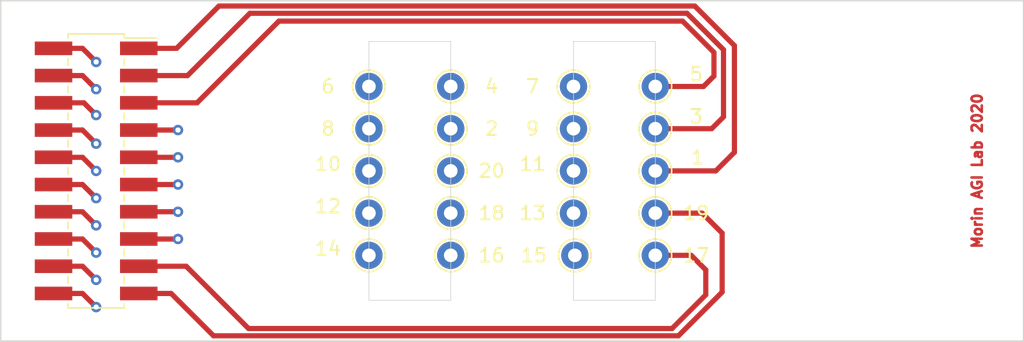
<source format=kicad_pcb>
(kicad_pcb (version 20171130) (host pcbnew 5.1.6-1.fc31)

  (general
    (thickness 1.6)
    (drawings 10)
    (tracks 165)
    (zones 0)
    (modules 21)
    (nets 21)
  )

  (page A4)
  (layers
    (0 F.Cu power)
    (1 In1.Cu signal)
    (2 In2.Cu signal)
    (31 B.Cu power)
    (36 B.SilkS user)
    (37 F.SilkS user)
    (38 B.Mask user)
    (39 F.Mask user)
    (44 Edge.Cuts user)
    (45 Margin user)
    (46 B.CrtYd user)
    (47 F.CrtYd user)
    (48 B.Fab user)
  )

  (setup
    (last_trace_width 0.381)
    (user_trace_width 0.1524)
    (trace_clearance 0.1524)
    (zone_clearance 0.508)
    (zone_45_only no)
    (trace_min 0.1524)
    (via_size 0.762)
    (via_drill 0.381)
    (via_min_size 0.508)
    (via_min_drill 0.254)
    (user_via 0.508 0.254)
    (uvia_size 0.762)
    (uvia_drill 0.381)
    (uvias_allowed no)
    (uvia_min_size 0.508)
    (uvia_min_drill 0.254)
    (edge_width 0.05)
    (segment_width 0.2)
    (pcb_text_width 0.3)
    (pcb_text_size 1.5 1.5)
    (mod_edge_width 0.12)
    (mod_text_size 1 1)
    (mod_text_width 0.15)
    (pad_size 2 2)
    (pad_drill 1)
    (pad_to_mask_clearance 0.0508)
    (solder_mask_min_width 0.1016)
    (aux_axis_origin 0 0)
    (visible_elements FFFFFF7F)
    (pcbplotparams
      (layerselection 0x010fc_ffffffff)
      (usegerberextensions false)
      (usegerberattributes true)
      (usegerberadvancedattributes true)
      (creategerberjobfile true)
      (excludeedgelayer true)
      (linewidth 0.100000)
      (plotframeref false)
      (viasonmask false)
      (mode 1)
      (useauxorigin false)
      (hpglpennumber 1)
      (hpglpenspeed 20)
      (hpglpendiameter 15.000000)
      (psnegative false)
      (psa4output false)
      (plotreference true)
      (plotvalue true)
      (plotinvisibletext false)
      (padsonsilk false)
      (subtractmaskfromsilk false)
      (outputformat 1)
      (mirror false)
      (drillshape 1)
      (scaleselection 1)
      (outputdirectory ""))
  )

  (net 0 "")
  (net 1 "Net-(J1-Pad1)")
  (net 2 "Net-(J1-Pad2)")
  (net 3 "Net-(J1-Pad3)")
  (net 4 "Net-(J1-Pad4)")
  (net 5 "Net-(J1-Pad5)")
  (net 6 "Net-(J1-Pad6)")
  (net 7 "Net-(J1-Pad7)")
  (net 8 "Net-(J1-Pad8)")
  (net 9 "Net-(J1-Pad9)")
  (net 10 "Net-(J1-Pad10)")
  (net 11 "Net-(J1-Pad11)")
  (net 12 "Net-(J1-Pad12)")
  (net 13 "Net-(J1-Pad13)")
  (net 14 "Net-(J1-Pad14)")
  (net 15 "Net-(J1-Pad15)")
  (net 16 "Net-(J1-Pad16)")
  (net 17 "Net-(J1-Pad17)")
  (net 18 "Net-(J1-Pad18)")
  (net 19 "Net-(J1-Pad19)")
  (net 20 "Net-(J1-Pad20)")

  (net_class Default "This is the default net class."
    (clearance 0.1524)
    (trace_width 0.381)
    (via_dia 0.762)
    (via_drill 0.381)
    (uvia_dia 0.762)
    (uvia_drill 0.381)
    (add_net "Net-(J1-Pad1)")
    (add_net "Net-(J1-Pad10)")
    (add_net "Net-(J1-Pad11)")
    (add_net "Net-(J1-Pad12)")
    (add_net "Net-(J1-Pad13)")
    (add_net "Net-(J1-Pad14)")
    (add_net "Net-(J1-Pad15)")
    (add_net "Net-(J1-Pad16)")
    (add_net "Net-(J1-Pad17)")
    (add_net "Net-(J1-Pad18)")
    (add_net "Net-(J1-Pad19)")
    (add_net "Net-(J1-Pad2)")
    (add_net "Net-(J1-Pad20)")
    (add_net "Net-(J1-Pad3)")
    (add_net "Net-(J1-Pad4)")
    (add_net "Net-(J1-Pad5)")
    (add_net "Net-(J1-Pad6)")
    (add_net "Net-(J1-Pad7)")
    (add_net "Net-(J1-Pad8)")
    (add_net "Net-(J1-Pad9)")
  )

  (module Connector_PinSocket_2.00mm:PinSocket_2x10_P2.00mm_Vertical_SMD (layer F.Cu) (tedit 5A19A421) (tstamp 5F33C9DA)
    (at 57 137.5)
    (descr "surface-mounted straight socket strip, 2x10, 2.00mm pitch, double cols (from Kicad 4.0.7), script generated")
    (tags "Surface mounted socket strip SMD 2x10 2.00mm double row")
    (path /5F33D787)
    (attr smd)
    (fp_text reference J1 (at 0 -13.76) (layer F.SilkS) hide
      (effects (font (size 1 1) (thickness 0.15)))
    )
    (fp_text value Connector (at 0 13.76) (layer F.Fab)
      (effects (font (size 1 1) (thickness 0.15)))
    )
    (fp_text user %R (at 0 0 90) (layer F.Fab) hide
      (effects (font (size 1 1) (thickness 0.15)))
    )
    (fp_line (start -2.06 -10.06) (end 2.06 -10.06) (layer F.SilkS) (width 0.12))
    (fp_line (start 2.06 -10.06) (end 2.06 -9.76) (layer F.SilkS) (width 0.12))
    (fp_line (start 2.06 -8.24) (end 2.06 -7.76) (layer F.SilkS) (width 0.12))
    (fp_line (start 2.06 -6.24) (end 2.06 -5.76) (layer F.SilkS) (width 0.12))
    (fp_line (start 2.06 -4.24) (end 2.06 -3.76) (layer F.SilkS) (width 0.12))
    (fp_line (start 2.06 -2.24) (end 2.06 -1.76) (layer F.SilkS) (width 0.12))
    (fp_line (start 2.06 -0.24) (end 2.06 0.24) (layer F.SilkS) (width 0.12))
    (fp_line (start 2.06 1.76) (end 2.06 2.24) (layer F.SilkS) (width 0.12))
    (fp_line (start 2.06 3.76) (end 2.06 4.24) (layer F.SilkS) (width 0.12))
    (fp_line (start 2.06 5.76) (end 2.06 6.24) (layer F.SilkS) (width 0.12))
    (fp_line (start 2.06 7.76) (end 2.06 8.24) (layer F.SilkS) (width 0.12))
    (fp_line (start 2.06 9.76) (end 2.06 10.06) (layer F.SilkS) (width 0.12))
    (fp_line (start -2.06 10.06) (end 2.06 10.06) (layer F.SilkS) (width 0.12))
    (fp_line (start -2.06 -10.06) (end -2.06 -9.76) (layer F.SilkS) (width 0.12))
    (fp_line (start -2.06 -8.24) (end -2.06 -7.76) (layer F.SilkS) (width 0.12))
    (fp_line (start -2.06 -6.24) (end -2.06 -5.76) (layer F.SilkS) (width 0.12))
    (fp_line (start -2.06 -4.24) (end -2.06 -3.76) (layer F.SilkS) (width 0.12))
    (fp_line (start -2.06 -2.24) (end -2.06 -1.76) (layer F.SilkS) (width 0.12))
    (fp_line (start -2.06 -0.24) (end -2.06 0.24) (layer F.SilkS) (width 0.12))
    (fp_line (start -2.06 1.76) (end -2.06 2.24) (layer F.SilkS) (width 0.12))
    (fp_line (start -2.06 3.76) (end -2.06 4.24) (layer F.SilkS) (width 0.12))
    (fp_line (start -2.06 5.76) (end -2.06 6.24) (layer F.SilkS) (width 0.12))
    (fp_line (start -2.06 7.76) (end -2.06 8.24) (layer F.SilkS) (width 0.12))
    (fp_line (start -2.06 9.76) (end -2.06 10.06) (layer F.SilkS) (width 0.12))
    (fp_line (start 2.06 -9.76) (end 4.44 -9.76) (layer F.SilkS) (width 0.12))
    (fp_line (start -2 -10) (end 1 -10) (layer F.Fab) (width 0.1))
    (fp_line (start 1 -10) (end 2 -9) (layer F.Fab) (width 0.1))
    (fp_line (start 2 -9) (end 2 10) (layer F.Fab) (width 0.1))
    (fp_line (start 2 10) (end -2 10) (layer F.Fab) (width 0.1))
    (fp_line (start -2 10) (end -2 -10) (layer F.Fab) (width 0.1))
    (fp_line (start -3 -9.25) (end -2 -9.25) (layer F.Fab) (width 0.1))
    (fp_line (start -2 -8.75) (end -3 -8.75) (layer F.Fab) (width 0.1))
    (fp_line (start -3 -8.75) (end -3 -9.25) (layer F.Fab) (width 0.1))
    (fp_line (start 2 -9.25) (end 3 -9.25) (layer F.Fab) (width 0.1))
    (fp_line (start 3 -9.25) (end 3 -8.75) (layer F.Fab) (width 0.1))
    (fp_line (start 3 -8.75) (end 2 -8.75) (layer F.Fab) (width 0.1))
    (fp_line (start -3 -7.25) (end -2 -7.25) (layer F.Fab) (width 0.1))
    (fp_line (start -2 -6.75) (end -3 -6.75) (layer F.Fab) (width 0.1))
    (fp_line (start -3 -6.75) (end -3 -7.25) (layer F.Fab) (width 0.1))
    (fp_line (start 2 -7.25) (end 3 -7.25) (layer F.Fab) (width 0.1))
    (fp_line (start 3 -7.25) (end 3 -6.75) (layer F.Fab) (width 0.1))
    (fp_line (start 3 -6.75) (end 2 -6.75) (layer F.Fab) (width 0.1))
    (fp_line (start -3 -5.25) (end -2 -5.25) (layer F.Fab) (width 0.1))
    (fp_line (start -2 -4.75) (end -3 -4.75) (layer F.Fab) (width 0.1))
    (fp_line (start -3 -4.75) (end -3 -5.25) (layer F.Fab) (width 0.1))
    (fp_line (start 2 -5.25) (end 3 -5.25) (layer F.Fab) (width 0.1))
    (fp_line (start 3 -5.25) (end 3 -4.75) (layer F.Fab) (width 0.1))
    (fp_line (start 3 -4.75) (end 2 -4.75) (layer F.Fab) (width 0.1))
    (fp_line (start -3 -3.25) (end -2 -3.25) (layer F.Fab) (width 0.1))
    (fp_line (start -2 -2.75) (end -3 -2.75) (layer F.Fab) (width 0.1))
    (fp_line (start -3 -2.75) (end -3 -3.25) (layer F.Fab) (width 0.1))
    (fp_line (start 2 -3.25) (end 3 -3.25) (layer F.Fab) (width 0.1))
    (fp_line (start 3 -3.25) (end 3 -2.75) (layer F.Fab) (width 0.1))
    (fp_line (start 3 -2.75) (end 2 -2.75) (layer F.Fab) (width 0.1))
    (fp_line (start -3 -1.25) (end -2 -1.25) (layer F.Fab) (width 0.1))
    (fp_line (start -2 -0.75) (end -3 -0.75) (layer F.Fab) (width 0.1))
    (fp_line (start -3 -0.75) (end -3 -1.25) (layer F.Fab) (width 0.1))
    (fp_line (start 2 -1.25) (end 3 -1.25) (layer F.Fab) (width 0.1))
    (fp_line (start 3 -1.25) (end 3 -0.75) (layer F.Fab) (width 0.1))
    (fp_line (start 3 -0.75) (end 2 -0.75) (layer F.Fab) (width 0.1))
    (fp_line (start -3 0.75) (end -2 0.75) (layer F.Fab) (width 0.1))
    (fp_line (start -2 1.25) (end -3 1.25) (layer F.Fab) (width 0.1))
    (fp_line (start -3 1.25) (end -3 0.75) (layer F.Fab) (width 0.1))
    (fp_line (start 2 0.75) (end 3 0.75) (layer F.Fab) (width 0.1))
    (fp_line (start 3 0.75) (end 3 1.25) (layer F.Fab) (width 0.1))
    (fp_line (start 3 1.25) (end 2 1.25) (layer F.Fab) (width 0.1))
    (fp_line (start -3 2.75) (end -2 2.75) (layer F.Fab) (width 0.1))
    (fp_line (start -2 3.25) (end -3 3.25) (layer F.Fab) (width 0.1))
    (fp_line (start -3 3.25) (end -3 2.75) (layer F.Fab) (width 0.1))
    (fp_line (start 2 2.75) (end 3 2.75) (layer F.Fab) (width 0.1))
    (fp_line (start 3 2.75) (end 3 3.25) (layer F.Fab) (width 0.1))
    (fp_line (start 3 3.25) (end 2 3.25) (layer F.Fab) (width 0.1))
    (fp_line (start -3 4.75) (end -2 4.75) (layer F.Fab) (width 0.1))
    (fp_line (start -2 5.25) (end -3 5.25) (layer F.Fab) (width 0.1))
    (fp_line (start -3 5.25) (end -3 4.75) (layer F.Fab) (width 0.1))
    (fp_line (start 2 4.75) (end 3 4.75) (layer F.Fab) (width 0.1))
    (fp_line (start 3 4.75) (end 3 5.25) (layer F.Fab) (width 0.1))
    (fp_line (start 3 5.25) (end 2 5.25) (layer F.Fab) (width 0.1))
    (fp_line (start -3 6.75) (end -2 6.75) (layer F.Fab) (width 0.1))
    (fp_line (start -2 7.25) (end -3 7.25) (layer F.Fab) (width 0.1))
    (fp_line (start -3 7.25) (end -3 6.75) (layer F.Fab) (width 0.1))
    (fp_line (start 2 6.75) (end 3 6.75) (layer F.Fab) (width 0.1))
    (fp_line (start 3 6.75) (end 3 7.25) (layer F.Fab) (width 0.1))
    (fp_line (start 3 7.25) (end 2 7.25) (layer F.Fab) (width 0.1))
    (fp_line (start -3 8.75) (end -2 8.75) (layer F.Fab) (width 0.1))
    (fp_line (start -2 9.25) (end -3 9.25) (layer F.Fab) (width 0.1))
    (fp_line (start -3 9.25) (end -3 8.75) (layer F.Fab) (width 0.1))
    (fp_line (start 2 8.75) (end 3 8.75) (layer F.Fab) (width 0.1))
    (fp_line (start 3 8.75) (end 3 9.25) (layer F.Fab) (width 0.1))
    (fp_line (start 3 9.25) (end 2 9.25) (layer F.Fab) (width 0.1))
    (fp_line (start -5 -10.5) (end 5 -10.5) (layer F.CrtYd) (width 0.05))
    (fp_line (start 5 -10.5) (end 5 10.5) (layer F.CrtYd) (width 0.05))
    (fp_line (start 5 10.5) (end -5 10.5) (layer F.CrtYd) (width 0.05))
    (fp_line (start -5 10.5) (end -5 -10.5) (layer F.CrtYd) (width 0.05))
    (pad 20 smd rect (at -3.125 9) (size 2.75 1) (layers F.Cu F.Paste F.Mask)
      (net 20 "Net-(J1-Pad20)"))
    (pad 19 smd rect (at 3.125 9) (size 2.75 1) (layers F.Cu F.Paste F.Mask)
      (net 19 "Net-(J1-Pad19)"))
    (pad 18 smd rect (at -3.125 7) (size 2.75 1) (layers F.Cu F.Paste F.Mask)
      (net 18 "Net-(J1-Pad18)"))
    (pad 17 smd rect (at 3.125 7) (size 2.75 1) (layers F.Cu F.Paste F.Mask)
      (net 17 "Net-(J1-Pad17)"))
    (pad 16 smd rect (at -3.125 5) (size 2.75 1) (layers F.Cu F.Paste F.Mask)
      (net 16 "Net-(J1-Pad16)"))
    (pad 15 smd rect (at 3.125 5) (size 2.75 1) (layers F.Cu F.Paste F.Mask)
      (net 15 "Net-(J1-Pad15)"))
    (pad 14 smd rect (at -3.125 3) (size 2.75 1) (layers F.Cu F.Paste F.Mask)
      (net 14 "Net-(J1-Pad14)"))
    (pad 13 smd rect (at 3.125 3) (size 2.75 1) (layers F.Cu F.Paste F.Mask)
      (net 13 "Net-(J1-Pad13)"))
    (pad 12 smd rect (at -3.125 1) (size 2.75 1) (layers F.Cu F.Paste F.Mask)
      (net 12 "Net-(J1-Pad12)"))
    (pad 11 smd rect (at 3.125 1) (size 2.75 1) (layers F.Cu F.Paste F.Mask)
      (net 11 "Net-(J1-Pad11)"))
    (pad 10 smd rect (at -3.125 -1) (size 2.75 1) (layers F.Cu F.Paste F.Mask)
      (net 10 "Net-(J1-Pad10)"))
    (pad 9 smd rect (at 3.125 -1) (size 2.75 1) (layers F.Cu F.Paste F.Mask)
      (net 9 "Net-(J1-Pad9)"))
    (pad 8 smd rect (at -3.125 -3) (size 2.75 1) (layers F.Cu F.Paste F.Mask)
      (net 8 "Net-(J1-Pad8)"))
    (pad 7 smd rect (at 3.125 -3) (size 2.75 1) (layers F.Cu F.Paste F.Mask)
      (net 7 "Net-(J1-Pad7)"))
    (pad 6 smd rect (at -3.125 -5) (size 2.75 1) (layers F.Cu F.Paste F.Mask)
      (net 6 "Net-(J1-Pad6)"))
    (pad 5 smd rect (at 3.125 -5) (size 2.75 1) (layers F.Cu F.Paste F.Mask)
      (net 5 "Net-(J1-Pad5)"))
    (pad 4 smd rect (at -3.125 -7) (size 2.75 1) (layers F.Cu F.Paste F.Mask)
      (net 4 "Net-(J1-Pad4)"))
    (pad 3 smd rect (at 3.125 -7) (size 2.75 1) (layers F.Cu F.Paste F.Mask)
      (net 3 "Net-(J1-Pad3)"))
    (pad 2 smd rect (at -3.125 -9) (size 2.75 1) (layers F.Cu F.Paste F.Mask)
      (net 2 "Net-(J1-Pad2)"))
    (pad 1 smd rect (at 3.125 -9) (size 2.75 1) (layers F.Cu F.Paste F.Mask)
      (net 1 "Net-(J1-Pad1)"))
    (model ${KISYS3DMOD}/Connector_PinSocket_2.00mm.3dshapes/PinSocket_2x10_P2.00mm_Vertical_SMD.wrl
      (at (xyz 0 0 0))
      (scale (xyz 1 1 1))
      (rotate (xyz 0 0 0))
    )
  )

  (module TestPoint:TestPoint_THTPad_D2.0mm_Drill1.0mm (layer F.Cu) (tedit 5A0F774F) (tstamp 5F33C9E2)
    (at 98 137.5)
    (descr "THT pad as test Point, diameter 2.0mm, hole diameter 1.0mm")
    (tags "test point THT pad")
    (path /5F342D33)
    (attr virtual)
    (fp_text reference 1 (at 3.1 -1) (layer F.SilkS)
      (effects (font (size 1 1) (thickness 0.15)))
    )
    (fp_text value 1 (at 0 2.05) (layer F.Fab)
      (effects (font (size 1 1) (thickness 0.15)))
    )
    (fp_text user %R (at 0 -2) (layer F.Fab)
      (effects (font (size 1 1) (thickness 0.15)))
    )
    (fp_circle (center 0 0) (end 1.5 0) (layer F.CrtYd) (width 0.05))
    (fp_circle (center 0 0) (end 0 1.2) (layer F.SilkS) (width 0.12))
    (pad 1 thru_hole circle (at 0 0) (size 2 2) (drill 1) (layers *.Cu *.Mask)
      (net 1 "Net-(J1-Pad1)"))
  )

  (module TestPoint:TestPoint_THTPad_D2.0mm_Drill1.0mm (layer F.Cu) (tedit 5A0F774F) (tstamp 5F33C9EA)
    (at 83 134.4)
    (descr "THT pad as test Point, diameter 2.0mm, hole diameter 1.0mm")
    (tags "test point THT pad")
    (path /5F343593)
    (attr virtual)
    (fp_text reference 2 (at 3 0) (layer F.SilkS)
      (effects (font (size 1 1) (thickness 0.15)))
    )
    (fp_text value 2 (at 0 2.05) (layer F.Fab)
      (effects (font (size 1 1) (thickness 0.15)))
    )
    (fp_circle (center 0 0) (end 0 1.2) (layer F.SilkS) (width 0.12))
    (fp_circle (center 0 0) (end 1.5 0) (layer F.CrtYd) (width 0.05))
    (fp_text user %R (at 0 -2) (layer F.Fab)
      (effects (font (size 1 1) (thickness 0.15)))
    )
    (pad 1 thru_hole circle (at 0 0) (size 2 2) (drill 1) (layers *.Cu *.Mask)
      (net 2 "Net-(J1-Pad2)"))
  )

  (module TestPoint:TestPoint_THTPad_D2.0mm_Drill1.0mm (layer F.Cu) (tedit 5A0F774F) (tstamp 5F33C9F2)
    (at 98 134.4)
    (descr "THT pad as test Point, diameter 2.0mm, hole diameter 1.0mm")
    (tags "test point THT pad")
    (path /5F343780)
    (attr virtual)
    (fp_text reference 3 (at 3 -0.9) (layer F.SilkS)
      (effects (font (size 1 1) (thickness 0.15)))
    )
    (fp_text value 3 (at 0 2.05) (layer F.Fab)
      (effects (font (size 1 1) (thickness 0.15)))
    )
    (fp_text user %R (at 0 -2) (layer F.Fab)
      (effects (font (size 1 1) (thickness 0.15)))
    )
    (fp_circle (center 0 0) (end 1.5 0) (layer F.CrtYd) (width 0.05))
    (fp_circle (center 0 0) (end 0 1.2) (layer F.SilkS) (width 0.12))
    (pad 1 thru_hole circle (at 0 0) (size 2 2) (drill 1) (layers *.Cu *.Mask)
      (net 3 "Net-(J1-Pad3)"))
  )

  (module TestPoint:TestPoint_THTPad_D2.0mm_Drill1.0mm (layer F.Cu) (tedit 5A0F774F) (tstamp 5F33C9FA)
    (at 83 131.3)
    (descr "THT pad as test Point, diameter 2.0mm, hole diameter 1.0mm")
    (tags "test point THT pad")
    (path /5F34388B)
    (attr virtual)
    (fp_text reference 4 (at 3 0) (layer F.SilkS)
      (effects (font (size 1 1) (thickness 0.15)))
    )
    (fp_text value 4 (at 0 2.05) (layer F.Fab)
      (effects (font (size 1 1) (thickness 0.15)))
    )
    (fp_circle (center 0 0) (end 0 1.2) (layer F.SilkS) (width 0.12))
    (fp_circle (center 0 0) (end 1.5 0) (layer F.CrtYd) (width 0.05))
    (fp_text user %R (at 0 -2) (layer F.Fab)
      (effects (font (size 1 1) (thickness 0.15)))
    )
    (pad 1 thru_hole circle (at 0 0) (size 2 2) (drill 1) (layers *.Cu *.Mask)
      (net 4 "Net-(J1-Pad4)"))
  )

  (module TestPoint:TestPoint_THTPad_D2.0mm_Drill1.0mm (layer F.Cu) (tedit 5A0F774F) (tstamp 5F33CA02)
    (at 98 131.3)
    (descr "THT pad as test Point, diameter 2.0mm, hole diameter 1.0mm")
    (tags "test point THT pad")
    (path /5F343A54)
    (attr virtual)
    (fp_text reference 5 (at 3 -0.9) (layer F.SilkS)
      (effects (font (size 1 1) (thickness 0.15)))
    )
    (fp_text value 5 (at -2.5 0) (layer F.Fab)
      (effects (font (size 1 1) (thickness 0.15)))
    )
    (fp_text user %R (at -3.5 -1.5) (layer F.Fab)
      (effects (font (size 1 1) (thickness 0.15)))
    )
    (fp_circle (center 0 0) (end 1.5 0) (layer F.CrtYd) (width 0.05))
    (fp_circle (center 0 0) (end 0 1.2) (layer F.SilkS) (width 0.12))
    (pad 1 thru_hole circle (at 0 0) (size 2 2) (drill 1) (layers *.Cu *.Mask)
      (net 5 "Net-(J1-Pad5)"))
  )

  (module TestPoint:TestPoint_THTPad_D2.0mm_Drill1.0mm (layer F.Cu) (tedit 5A0F774F) (tstamp 5F33CA0A)
    (at 77 131.3 270)
    (descr "THT pad as test Point, diameter 2.0mm, hole diameter 1.0mm")
    (tags "test point THT pad")
    (path /5F343BE0)
    (attr virtual)
    (fp_text reference 6 (at 0 3 180) (layer F.SilkS)
      (effects (font (size 1 1) (thickness 0.15)))
    )
    (fp_text value 6 (at 0 2.05 90) (layer F.Fab)
      (effects (font (size 1 1) (thickness 0.15)))
    )
    (fp_circle (center 0 0) (end 0 1.2) (layer F.SilkS) (width 0.12))
    (fp_circle (center 0 0) (end 1.5 0) (layer F.CrtYd) (width 0.05))
    (fp_text user %R (at 0 -2 90) (layer F.Fab)
      (effects (font (size 1 1) (thickness 0.15)))
    )
    (pad 1 thru_hole circle (at 0 0 270) (size 2 2) (drill 1) (layers *.Cu *.Mask)
      (net 6 "Net-(J1-Pad6)"))
  )

  (module TestPoint:TestPoint_THTPad_D2.0mm_Drill1.0mm (layer F.Cu) (tedit 5A0F774F) (tstamp 5F33CA12)
    (at 92 131.3 270)
    (descr "THT pad as test Point, diameter 2.0mm, hole diameter 1.0mm")
    (tags "test point THT pad")
    (path /5F343DB4)
    (attr virtual)
    (fp_text reference 7 (at 0 3 180) (layer F.SilkS)
      (effects (font (size 1 1) (thickness 0.15)))
    )
    (fp_text value 7 (at 0 2.05 90) (layer F.Fab)
      (effects (font (size 1 1) (thickness 0.15)))
    )
    (fp_text user %R (at 0 -2 90) (layer F.Fab)
      (effects (font (size 1 1) (thickness 0.15)))
    )
    (fp_circle (center 0 0) (end 1.5 0) (layer F.CrtYd) (width 0.05))
    (fp_circle (center 0 0) (end 0 1.2) (layer F.SilkS) (width 0.12))
    (pad 1 thru_hole circle (at 0 0 270) (size 2 2) (drill 1) (layers *.Cu *.Mask)
      (net 7 "Net-(J1-Pad7)"))
  )

  (module TestPoint:TestPoint_THTPad_D2.0mm_Drill1.0mm (layer F.Cu) (tedit 5A0F774F) (tstamp 5F33CA1A)
    (at 77 134.4 270)
    (descr "THT pad as test Point, diameter 2.0mm, hole diameter 1.0mm")
    (tags "test point THT pad")
    (path /5F343FB3)
    (attr virtual)
    (fp_text reference 8 (at 0 3 180) (layer F.SilkS)
      (effects (font (size 1 1) (thickness 0.15)))
    )
    (fp_text value 8 (at 0 2 90) (layer F.Fab)
      (effects (font (size 1 1) (thickness 0.15)))
    )
    (fp_circle (center 0 0) (end 0 1.2) (layer F.SilkS) (width 0.12))
    (fp_circle (center 0 0) (end 1.5 0) (layer F.CrtYd) (width 0.05))
    (fp_text user %R (at 0 -2 90) (layer F.Fab)
      (effects (font (size 1 1) (thickness 0.15)))
    )
    (pad 1 thru_hole circle (at 0 0 270) (size 2 2) (drill 1) (layers *.Cu *.Mask)
      (net 8 "Net-(J1-Pad8)"))
  )

  (module TestPoint:TestPoint_THTPad_D2.0mm_Drill1.0mm (layer F.Cu) (tedit 5A0F774F) (tstamp 5F33CA22)
    (at 92 134.4 270)
    (descr "THT pad as test Point, diameter 2.0mm, hole diameter 1.0mm")
    (tags "test point THT pad")
    (path /5F344129)
    (attr virtual)
    (fp_text reference 9 (at 0 3 180) (layer F.SilkS)
      (effects (font (size 1 1) (thickness 0.15)))
    )
    (fp_text value 9 (at 0 2.05 90) (layer F.Fab)
      (effects (font (size 1 1) (thickness 0.15)))
    )
    (fp_text user %R (at 0 -2 90) (layer F.Fab)
      (effects (font (size 1 1) (thickness 0.15)))
    )
    (fp_circle (center 0 0) (end 1.5 0) (layer F.CrtYd) (width 0.05))
    (fp_circle (center 0 0) (end 0 1.2) (layer F.SilkS) (width 0.12))
    (pad 1 thru_hole circle (at 0 0 270) (size 2 2) (drill 1) (layers *.Cu *.Mask)
      (net 9 "Net-(J1-Pad9)"))
  )

  (module TestPoint:TestPoint_THTPad_D2.0mm_Drill1.0mm (layer F.Cu) (tedit 5A0F774F) (tstamp 5F33CA2A)
    (at 77 137.5 270)
    (descr "THT pad as test Point, diameter 2.0mm, hole diameter 1.0mm")
    (tags "test point THT pad")
    (path /5F34431B)
    (attr virtual)
    (fp_text reference 10 (at -0.5 3 180) (layer F.SilkS)
      (effects (font (size 1 1) (thickness 0.15)))
    )
    (fp_text value 10 (at 0 2.05 90) (layer F.Fab)
      (effects (font (size 1 1) (thickness 0.15)))
    )
    (fp_circle (center 0 0) (end 0 1.2) (layer F.SilkS) (width 0.12))
    (fp_circle (center 0 0) (end 1.5 0) (layer F.CrtYd) (width 0.05))
    (fp_text user %R (at 0 -2 90) (layer F.Fab)
      (effects (font (size 1 1) (thickness 0.15)))
    )
    (pad 1 thru_hole circle (at 0 0 270) (size 2 2) (drill 1) (layers *.Cu *.Mask)
      (net 10 "Net-(J1-Pad10)"))
  )

  (module TestPoint:TestPoint_THTPad_D2.0mm_Drill1.0mm (layer F.Cu) (tedit 5A0F774F) (tstamp 5F33CA32)
    (at 92 137.5)
    (descr "THT pad as test Point, diameter 2.0mm, hole diameter 1.0mm")
    (tags "test point THT pad")
    (path /5F3444FF)
    (attr virtual)
    (fp_text reference 11 (at -3 -0.5) (layer F.SilkS)
      (effects (font (size 1 1) (thickness 0.15)))
    )
    (fp_text value 11 (at 0 2.05) (layer F.Fab)
      (effects (font (size 1 1) (thickness 0.15)))
    )
    (fp_circle (center 0 0) (end 0 1.2) (layer F.SilkS) (width 0.12))
    (fp_circle (center 0 0) (end 1.5 0) (layer F.CrtYd) (width 0.05))
    (fp_text user %R (at 0 -2) (layer F.Fab)
      (effects (font (size 1 1) (thickness 0.15)))
    )
    (pad 1 thru_hole circle (at 0 0) (size 2 2) (drill 1) (layers *.Cu *.Mask)
      (net 11 "Net-(J1-Pad11)"))
  )

  (module TestPoint:TestPoint_THTPad_D2.0mm_Drill1.0mm (layer F.Cu) (tedit 5A0F774F) (tstamp 5F33CA3A)
    (at 77 140.6)
    (descr "THT pad as test Point, diameter 2.0mm, hole diameter 1.0mm")
    (tags "test point THT pad")
    (path /5F3446E4)
    (attr virtual)
    (fp_text reference 12 (at -3 -0.5) (layer F.SilkS)
      (effects (font (size 1 1) (thickness 0.15)))
    )
    (fp_text value 12 (at 0 2.05) (layer F.Fab)
      (effects (font (size 1 1) (thickness 0.15)))
    )
    (fp_text user %R (at 0 -2) (layer F.Fab)
      (effects (font (size 1 1) (thickness 0.15)))
    )
    (fp_circle (center 0 0) (end 1.5 0) (layer F.CrtYd) (width 0.05))
    (fp_circle (center 0 0) (end 0 1.2) (layer F.SilkS) (width 0.12))
    (pad 1 thru_hole circle (at 0 0) (size 2 2) (drill 1) (layers *.Cu *.Mask)
      (net 12 "Net-(J1-Pad12)"))
  )

  (module TestPoint:TestPoint_THTPad_D2.0mm_Drill1.0mm (layer F.Cu) (tedit 5A0F774F) (tstamp 5F33CA42)
    (at 92 140.6)
    (descr "THT pad as test Point, diameter 2.0mm, hole diameter 1.0mm")
    (tags "test point THT pad")
    (path /5F344915)
    (attr virtual)
    (fp_text reference 13 (at -3 0) (layer F.SilkS)
      (effects (font (size 1 1) (thickness 0.15)))
    )
    (fp_text value 13 (at 0 2.05) (layer F.Fab)
      (effects (font (size 1 1) (thickness 0.15)))
    )
    (fp_circle (center 0 0) (end 0 1.2) (layer F.SilkS) (width 0.12))
    (fp_circle (center 0 0) (end 1.5 0) (layer F.CrtYd) (width 0.05))
    (fp_text user %R (at 0 -2) (layer F.Fab)
      (effects (font (size 1 1) (thickness 0.15)))
    )
    (pad 1 thru_hole circle (at 0 0) (size 2 2) (drill 1) (layers *.Cu *.Mask)
      (net 13 "Net-(J1-Pad13)"))
  )

  (module TestPoint:TestPoint_THTPad_D2.0mm_Drill1.0mm (layer F.Cu) (tedit 5A0F774F) (tstamp 5F33CA4A)
    (at 77 143.7)
    (descr "THT pad as test Point, diameter 2.0mm, hole diameter 1.0mm")
    (tags "test point THT pad")
    (path /5F344AF1)
    (attr virtual)
    (fp_text reference 14 (at -3 -0.5) (layer F.SilkS)
      (effects (font (size 1 1) (thickness 0.15)))
    )
    (fp_text value 14 (at 0 2.05) (layer F.Fab)
      (effects (font (size 1 1) (thickness 0.15)))
    )
    (fp_text user %R (at 0 -2) (layer F.Fab)
      (effects (font (size 1 1) (thickness 0.15)))
    )
    (fp_circle (center 0 0) (end 1.5 0) (layer F.CrtYd) (width 0.05))
    (fp_circle (center 0 0) (end 0 1.2) (layer F.SilkS) (width 0.12))
    (pad 1 thru_hole circle (at 0 0) (size 2 2) (drill 1) (layers *.Cu *.Mask)
      (net 14 "Net-(J1-Pad14)"))
  )

  (module TestPoint:TestPoint_THTPad_D2.0mm_Drill1.0mm (layer F.Cu) (tedit 5F348FF5) (tstamp 5F33CA52)
    (at 92.1 143.7)
    (descr "THT pad as test Point, diameter 2.0mm, hole diameter 1.0mm")
    (tags "test point THT pad")
    (path /5F344F73)
    (attr virtual)
    (fp_text reference 15 (at -3 0) (layer F.SilkS)
      (effects (font (size 1 1) (thickness 0.15)))
    )
    (fp_text value 15 (at 0 2.05) (layer F.Fab)
      (effects (font (size 1 1) (thickness 0.15)))
    )
    (fp_text user %R (at 0 -2) (layer F.Fab)
      (effects (font (size 1 1) (thickness 0.15)))
    )
    (fp_circle (center 0 0) (end 1.5 0) (layer F.CrtYd) (width 0.05))
    (fp_circle (center 0 0) (end 0 1.2) (layer F.SilkS) (width 0.12))
    (pad 1 thru_hole circle (at 0 0) (size 2 2) (drill 1) (layers *.Cu *.Mask)
      (net 15 "Net-(J1-Pad15)"))
  )

  (module TestPoint:TestPoint_THTPad_D2.0mm_Drill1.0mm (layer F.Cu) (tedit 5F348FF0) (tstamp 5F33CA5A)
    (at 83 143.7 90)
    (descr "THT pad as test Point, diameter 2.0mm, hole diameter 1.0mm")
    (tags "test point THT pad")
    (path /5F344D0B)
    (attr virtual)
    (fp_text reference 16 (at 0 3 180) (layer F.SilkS)
      (effects (font (size 1 1) (thickness 0.15)))
    )
    (fp_text value 16 (at 0 2.05 90) (layer F.Fab)
      (effects (font (size 1 1) (thickness 0.15)))
    )
    (fp_circle (center 0 0) (end 0 1.2) (layer F.SilkS) (width 0.12))
    (fp_circle (center 0 0) (end 1.5 0) (layer F.CrtYd) (width 0.05))
    (fp_text user %R (at 0 -2 90) (layer F.Fab)
      (effects (font (size 1 1) (thickness 0.15)))
    )
    (pad 1 thru_hole circle (at 0 0 90) (size 2 2) (drill 1) (layers *.Cu *.Mask)
      (net 16 "Net-(J1-Pad16)"))
  )

  (module TestPoint:TestPoint_THTPad_D2.0mm_Drill1.0mm (layer F.Cu) (tedit 5A0F774F) (tstamp 5F33CA62)
    (at 98 143.7 90)
    (descr "THT pad as test Point, diameter 2.0mm, hole diameter 1.0mm")
    (tags "test point THT pad")
    (path /5F345DC5)
    (attr virtual)
    (fp_text reference 17 (at 0 3 180) (layer F.SilkS)
      (effects (font (size 1 1) (thickness 0.15)))
    )
    (fp_text value 17 (at 0 2.05 90) (layer F.Fab)
      (effects (font (size 1 1) (thickness 0.15)))
    )
    (fp_circle (center 0 0) (end 0 1.2) (layer F.SilkS) (width 0.12))
    (fp_circle (center 0 0) (end 1.5 0) (layer F.CrtYd) (width 0.05))
    (fp_text user %R (at 0 -2 90) (layer F.Fab)
      (effects (font (size 1 1) (thickness 0.15)))
    )
    (pad 1 thru_hole circle (at 0 0 90) (size 2 2) (drill 1) (layers *.Cu *.Mask)
      (net 17 "Net-(J1-Pad17)"))
  )

  (module TestPoint:TestPoint_THTPad_D2.0mm_Drill1.0mm (layer F.Cu) (tedit 5A0F774F) (tstamp 5F33CA6A)
    (at 83 140.6 90)
    (descr "THT pad as test Point, diameter 2.0mm, hole diameter 1.0mm")
    (tags "test point THT pad")
    (path /5F346015)
    (attr virtual)
    (fp_text reference 18 (at 0 3 180) (layer F.SilkS)
      (effects (font (size 1 1) (thickness 0.15)))
    )
    (fp_text value 18 (at 0 2.05 90) (layer F.Fab)
      (effects (font (size 1 1) (thickness 0.15)))
    )
    (fp_text user %R (at 0 -2 90) (layer F.Fab)
      (effects (font (size 1 1) (thickness 0.15)))
    )
    (fp_circle (center 0 0) (end 1.5 0) (layer F.CrtYd) (width 0.05))
    (fp_circle (center 0 0) (end 0 1.2) (layer F.SilkS) (width 0.12))
    (pad 1 thru_hole circle (at 0 0 90) (size 2 2) (drill 1) (layers *.Cu *.Mask)
      (net 18 "Net-(J1-Pad18)"))
  )

  (module TestPoint:TestPoint_THTPad_D2.0mm_Drill1.0mm (layer F.Cu) (tedit 5A0F774F) (tstamp 5F33CA72)
    (at 98 140.6 90)
    (descr "THT pad as test Point, diameter 2.0mm, hole diameter 1.0mm")
    (tags "test point THT pad")
    (path /5F3462CF)
    (attr virtual)
    (fp_text reference 19 (at 0 3 180) (layer F.SilkS)
      (effects (font (size 1 1) (thickness 0.15)))
    )
    (fp_text value 19 (at 0 2.05 90) (layer F.Fab)
      (effects (font (size 1 1) (thickness 0.15)))
    )
    (fp_circle (center 0 0) (end 0 1.2) (layer F.SilkS) (width 0.12))
    (fp_circle (center 0 0) (end 1.5 0) (layer F.CrtYd) (width 0.05))
    (fp_text user %R (at 0 -2 90) (layer F.Fab)
      (effects (font (size 1 1) (thickness 0.15)))
    )
    (pad 1 thru_hole circle (at 0 0 90) (size 2 2) (drill 1) (layers *.Cu *.Mask)
      (net 19 "Net-(J1-Pad19)"))
  )

  (module TestPoint:TestPoint_THTPad_D2.0mm_Drill1.0mm (layer F.Cu) (tedit 5A0F774F) (tstamp 5F33CA7A)
    (at 83 137.5 90)
    (descr "THT pad as test Point, diameter 2.0mm, hole diameter 1.0mm")
    (tags "test point THT pad")
    (path /5F346555)
    (attr virtual)
    (fp_text reference 20 (at 0 3 180) (layer F.SilkS)
      (effects (font (size 1 1) (thickness 0.15)))
    )
    (fp_text value 20 (at 0 2.05 90) (layer F.Fab)
      (effects (font (size 1 1) (thickness 0.15)))
    )
    (fp_text user %R (at 0 -2 90) (layer F.Fab)
      (effects (font (size 1 1) (thickness 0.15)))
    )
    (fp_circle (center 0 0) (end 1.5 0) (layer F.CrtYd) (width 0.05))
    (fp_circle (center 0 0) (end 0 1.2) (layer F.SilkS) (width 0.12))
    (pad 1 thru_hole circle (at 0 0 90) (size 2 2) (drill 1) (layers *.Cu *.Mask)
      (net 20 "Net-(J1-Pad20)"))
  )

  (gr_text "Morin AGI Lab 2020" (at 121.6 137.5 90) (layer F.Cu)
    (effects (font (size 0.75 0.75) (thickness 0.1875)))
  )
  (gr_line (start 92 147) (end 98 147) (layer Edge.Cuts) (width 0.05) (tstamp 5F3459DE))
  (gr_line (start 77 147) (end 83 147) (layer Edge.Cuts) (width 0.05) (tstamp 5F3459DD))
  (gr_line (start 98 128) (end 98 147) (layer Edge.Cuts) (width 0.05))
  (gr_line (start 92 128) (end 98 128) (layer Edge.Cuts) (width 0.05))
  (gr_line (start 92 147) (end 92 128) (layer Edge.Cuts) (width 0.05))
  (gr_line (start 83 128) (end 83 147) (layer Edge.Cuts) (width 0.05))
  (gr_line (start 77 128) (end 83 128) (layer Edge.Cuts) (width 0.05))
  (gr_line (start 77 128) (end 77 147) (layer Edge.Cuts) (width 0.05))
  (gr_poly (pts (xy 125 150) (xy 50 150) (xy 50 125) (xy 125 125)) (layer Edge.Cuts) (width 0.1))

  (segment (start 102.43209 137.5) (end 98 137.5) (width 0.381) (layer F.Cu) (net 1))
  (segment (start 103.8 136.13209) (end 102.43209 137.5) (width 0.381) (layer F.Cu) (net 1))
  (segment (start 62.9 128.5) (end 66.00709 125.39291) (width 0.381) (layer F.Cu) (net 1))
  (segment (start 66.00709 125.39291) (end 100.89291 125.39291) (width 0.381) (layer F.Cu) (net 1))
  (segment (start 100.89291 125.39291) (end 103.8 128.3) (width 0.381) (layer F.Cu) (net 1))
  (segment (start 60.125 128.5) (end 62.9 128.5) (width 0.381) (layer F.Cu) (net 1))
  (segment (start 103.8 128.3) (end 103.8 136.13209) (width 0.381) (layer F.Cu) (net 1))
  (segment (start 53.875 128.5) (end 56 128.5) (width 0.381) (layer F.Cu) (net 2))
  (via (at 57 129.5) (size 0.762) (drill 0.381) (layers F.Cu B.Cu) (net 2))
  (segment (start 56 128.5) (end 57 129.5) (width 0.381) (layer F.Cu) (net 2))
  (segment (start 86.8 134.4) (end 83.16791 134.4) (width 0.381) (layer In2.Cu) (net 2))
  (segment (start 88 133.2) (end 86.8 134.4) (width 0.381) (layer In2.Cu) (net 2))
  (segment (start 88.6 132.6) (end 87.9 133.3) (width 0.381) (layer In2.Cu) (net 2))
  (segment (start 66.4 129.5) (end 70.50709 125.39291) (width 0.381) (layer In2.Cu) (net 2))
  (segment (start 88.6 127.2) (end 88.6 132.6) (width 0.381) (layer In2.Cu) (net 2))
  (segment (start 57 129.5) (end 66.4 129.5) (width 0.381) (layer In2.Cu) (net 2))
  (segment (start 70.50709 125.39291) (end 86.79291 125.39291) (width 0.381) (layer In2.Cu) (net 2))
  (segment (start 86.79291 125.39291) (end 88.6 127.2) (width 0.381) (layer In2.Cu) (net 2))
  (segment (start 102.13209 134.4) (end 98 134.4) (width 0.381) (layer F.Cu) (net 3))
  (segment (start 103 133.53209) (end 102.13209 134.4) (width 0.381) (layer F.Cu) (net 3))
  (segment (start 63.7 130.5) (end 68.273679 125.926321) (width 0.381) (layer F.Cu) (net 3))
  (segment (start 60.125 130.5) (end 63.7 130.5) (width 0.381) (layer F.Cu) (net 3))
  (segment (start 68.273679 125.926321) (end 100.326321 125.926321) (width 0.381) (layer F.Cu) (net 3))
  (segment (start 100.326321 125.926321) (end 103 128.6) (width 0.381) (layer F.Cu) (net 3))
  (segment (start 103 128.6) (end 103 133.53209) (width 0.381) (layer F.Cu) (net 3))
  (via (at 57 131.5) (size 0.762) (drill 0.381) (layers F.Cu B.Cu) (net 4))
  (segment (start 53.875 130.5) (end 56 130.5) (width 0.381) (layer F.Cu) (net 4))
  (segment (start 56 130.5) (end 57 131.5) (width 0.381) (layer F.Cu) (net 4))
  (segment (start 86.3 131.3) (end 83.06791 131.3) (width 0.381) (layer In2.Cu) (net 4))
  (segment (start 87.4 130.2) (end 86.3 131.3) (width 0.381) (layer In2.Cu) (net 4))
  (segment (start 66.9 131.5) (end 71.86659 126.53341) (width 0.381) (layer In2.Cu) (net 4))
  (segment (start 57 131.5) (end 66.9 131.5) (width 0.381) (layer In2.Cu) (net 4))
  (segment (start 71.86659 126.53341) (end 85.63341 126.53341) (width 0.381) (layer In2.Cu) (net 4))
  (segment (start 87.4 128.3) (end 87.4 130.2) (width 0.381) (layer In2.Cu) (net 4))
  (segment (start 85.63341 126.53341) (end 87.4 128.3) (width 0.381) (layer In2.Cu) (net 4))
  (segment (start 101.53209 131.3) (end 98 131.3) (width 0.381) (layer F.Cu) (net 5))
  (segment (start 64.4 132.5) (end 70.4 126.5) (width 0.381) (layer F.Cu) (net 5))
  (segment (start 100 126.5) (end 102.3 128.8) (width 0.381) (layer F.Cu) (net 5))
  (segment (start 60.125 132.5) (end 64.4 132.5) (width 0.381) (layer F.Cu) (net 5))
  (segment (start 102.3 128.8) (end 102.3 130.53209) (width 0.381) (layer F.Cu) (net 5))
  (segment (start 102.3 130.53209) (end 101.53209 131.3) (width 0.381) (layer F.Cu) (net 5))
  (segment (start 70.4 126.5) (end 100 126.5) (width 0.381) (layer F.Cu) (net 5))
  (via (at 57 133.4) (size 0.762) (drill 0.381) (layers F.Cu B.Cu) (net 6))
  (segment (start 53.875 132.5) (end 56.1 132.5) (width 0.381) (layer F.Cu) (net 6))
  (segment (start 56.1 132.5) (end 57 133.4) (width 0.381) (layer F.Cu) (net 6))
  (segment (start 76.23209 131.4) (end 76.63209 131) (width 0.381) (layer In2.Cu) (net 6))
  (segment (start 74.05 131.4) (end 76.23209 131.4) (width 0.381) (layer In2.Cu) (net 6))
  (segment (start 57 133.4) (end 72.05 133.4) (width 0.381) (layer In2.Cu) (net 6))
  (segment (start 72.05 133.4) (end 74.05 131.4) (width 0.381) (layer In2.Cu) (net 6))
  (via (at 63 134.5) (size 0.762) (drill 0.381) (layers F.Cu B.Cu) (net 7))
  (segment (start 60.125 134.5) (end 63 134.5) (width 0.381) (layer F.Cu) (net 7))
  (segment (start 91 131) (end 91.63209 131) (width 0.381) (layer In1.Cu) (net 7))
  (segment (start 85.39291 125.39291) (end 91 131) (width 0.381) (layer In1.Cu) (net 7))
  (segment (start 74.50709 125.39291) (end 85.39291 125.39291) (width 0.381) (layer In1.Cu) (net 7))
  (segment (start 63 134.5) (end 65.4 134.5) (width 0.381) (layer In1.Cu) (net 7))
  (segment (start 65.4 134.5) (end 74.50709 125.39291) (width 0.381) (layer In1.Cu) (net 7))
  (via (at 57 135.5) (size 0.762) (drill 0.381) (layers F.Cu B.Cu) (net 8))
  (segment (start 53.875 134.5) (end 56 134.5) (width 0.381) (layer F.Cu) (net 8))
  (segment (start 56 134.5) (end 57 135.5) (width 0.381) (layer F.Cu) (net 8))
  (segment (start 57 135.5) (end 57.1 135.4) (width 0.381) (layer In2.Cu) (net 8))
  (segment (start 76.23209 134.4) (end 76.63209 134) (width 0.381) (layer In2.Cu) (net 8))
  (segment (start 74.6 134.4) (end 76.23209 134.4) (width 0.381) (layer In2.Cu) (net 8))
  (segment (start 73.6 135.4) (end 74.6 134.4) (width 0.381) (layer In2.Cu) (net 8))
  (segment (start 57.1 135.4) (end 73.6 135.4) (width 0.381) (layer In2.Cu) (net 8))
  (via (at 63 136.5) (size 0.762) (drill 0.381) (layers F.Cu B.Cu) (net 9))
  (segment (start 60.125 136.5) (end 63 136.5) (width 0.381) (layer F.Cu) (net 9))
  (segment (start 87.5 132.3) (end 89.6 134.4) (width 0.381) (layer In1.Cu) (net 9))
  (segment (start 89.6 134.4) (end 91.63209 134.4) (width 0.381) (layer In1.Cu) (net 9))
  (segment (start 66 136.5) (end 76.5 126) (width 0.381) (layer In1.Cu) (net 9))
  (segment (start 63 136.5) (end 66 136.5) (width 0.381) (layer In1.Cu) (net 9))
  (segment (start 87.5 130.2) (end 87.5 132.3) (width 0.381) (layer In1.Cu) (net 9))
  (segment (start 76.5 126) (end 83.3 126) (width 0.381) (layer In1.Cu) (net 9))
  (segment (start 83.3 126) (end 87.5 130.2) (width 0.381) (layer In1.Cu) (net 9))
  (via (at 57 137.5) (size 0.762) (drill 0.381) (layers F.Cu B.Cu) (net 10))
  (segment (start 53.875 136.5) (end 56 136.5) (width 0.381) (layer F.Cu) (net 10))
  (segment (start 56 136.5) (end 57 137.5) (width 0.381) (layer F.Cu) (net 10))
  (segment (start 76.13209 137.5) (end 76.63209 137) (width 0.381) (layer In2.Cu) (net 10))
  (segment (start 57 137.5) (end 76.13209 137.5) (width 0.381) (layer In2.Cu) (net 10))
  (via (at 63 138.5) (size 0.762) (drill 0.381) (layers F.Cu B.Cu) (net 11))
  (segment (start 60.125 138.5) (end 63 138.5) (width 0.381) (layer F.Cu) (net 11))
  (segment (start 89.1 137) (end 91.63209 137) (width 0.381) (layer In1.Cu) (net 11))
  (segment (start 65.95 138.5) (end 75.85 148.4) (width 0.381) (layer In1.Cu) (net 11))
  (segment (start 63 138.5) (end 65.95 138.5) (width 0.381) (layer In1.Cu) (net 11))
  (segment (start 75.85 148.4) (end 84.1 148.4) (width 0.381) (layer In1.Cu) (net 11))
  (segment (start 84.1 148.4) (end 87.6 144.9) (width 0.381) (layer In1.Cu) (net 11))
  (segment (start 87.6 138.5) (end 89.1 137) (width 0.381) (layer In1.Cu) (net 11))
  (segment (start 87.6 144.9) (end 87.6 138.5) (width 0.381) (layer In1.Cu) (net 11))
  (via (at 57 139.5) (size 0.762) (drill 0.381) (layers F.Cu B.Cu) (net 12))
  (segment (start 53.875 138.5) (end 56 138.5) (width 0.381) (layer F.Cu) (net 12))
  (segment (start 56 138.5) (end 57 139.5) (width 0.381) (layer F.Cu) (net 12))
  (segment (start 76.26418 140.6) (end 76.63209 140.23209) (width 0.381) (layer In2.Cu) (net 12))
  (segment (start 74.8 140.6) (end 76.26418 140.6) (width 0.381) (layer In2.Cu) (net 12))
  (segment (start 57 139.5) (end 73.7 139.5) (width 0.381) (layer In2.Cu) (net 12))
  (segment (start 73.7 139.5) (end 74.8 140.6) (width 0.381) (layer In2.Cu) (net 12))
  (via (at 63 140.5) (size 0.762) (drill 0.381) (layers F.Cu B.Cu) (net 13))
  (segment (start 60.125 140.5) (end 63 140.5) (width 0.381) (layer F.Cu) (net 13))
  (segment (start 89.5 140) (end 91.63209 140) (width 0.381) (layer In1.Cu) (net 13))
  (segment (start 89 140.5) (end 89.5 140) (width 0.381) (layer In1.Cu) (net 13))
  (segment (start 65.5 140.5) (end 73.93341 148.93341) (width 0.381) (layer In1.Cu) (net 13))
  (segment (start 63 140.5) (end 65.5 140.5) (width 0.381) (layer In1.Cu) (net 13))
  (segment (start 85.46659 148.93341) (end 89 145.4) (width 0.381) (layer In1.Cu) (net 13))
  (segment (start 73.93341 148.93341) (end 85.46659 148.93341) (width 0.381) (layer In1.Cu) (net 13))
  (segment (start 89 145.4) (end 89 140.5) (width 0.381) (layer In1.Cu) (net 13))
  (segment (start 53.875 140.5) (end 56 140.5) (width 0.381) (layer F.Cu) (net 14))
  (via (at 57 141.5) (size 0.762) (drill 0.381) (layers F.Cu B.Cu) (net 14))
  (segment (start 56 140.5) (end 57 141.5) (width 0.381) (layer F.Cu) (net 14))
  (segment (start 75.93209 143.7) (end 76.63209 143) (width 0.381) (layer In2.Cu) (net 14))
  (segment (start 74.2 143.7) (end 75.93209 143.7) (width 0.381) (layer In2.Cu) (net 14))
  (segment (start 57 141.5) (end 72 141.5) (width 0.381) (layer In2.Cu) (net 14))
  (segment (start 72 141.5) (end 74.2 143.7) (width 0.381) (layer In2.Cu) (net 14))
  (via (at 63 142.5) (size 0.762) (drill 0.381) (layers F.Cu B.Cu) (net 15))
  (segment (start 60.125 142.5) (end 63 142.5) (width 0.381) (layer F.Cu) (net 15))
  (segment (start 90.1 143) (end 91.63209 143) (width 0.381) (layer In1.Cu) (net 15))
  (segment (start 89.9 143.2) (end 90.1 143) (width 0.381) (layer In1.Cu) (net 15))
  (segment (start 63 142.5) (end 65 142.5) (width 0.381) (layer In1.Cu) (net 15))
  (segment (start 89.9 146.7) (end 89.9 143.2) (width 0.381) (layer In1.Cu) (net 15))
  (segment (start 65 142.5) (end 71.96682 149.46682) (width 0.381) (layer In1.Cu) (net 15))
  (segment (start 87.13318 149.46682) (end 89.9 146.7) (width 0.381) (layer In1.Cu) (net 15))
  (segment (start 71.96682 149.46682) (end 87.13318 149.46682) (width 0.381) (layer In1.Cu) (net 15))
  (via (at 57 143.5) (size 0.762) (drill 0.381) (layers F.Cu B.Cu) (net 16))
  (segment (start 53.875 142.5) (end 56 142.5) (width 0.381) (layer F.Cu) (net 16))
  (segment (start 56 142.5) (end 57 143.5) (width 0.381) (layer F.Cu) (net 16))
  (segment (start 86.1 143.7) (end 83.36791 143.7) (width 0.381) (layer In2.Cu) (net 16))
  (segment (start 70.666705 143.5) (end 75.366705 148.2) (width 0.381) (layer In2.Cu) (net 16))
  (segment (start 57 143.5) (end 70.666705 143.5) (width 0.381) (layer In2.Cu) (net 16))
  (segment (start 86.8 144.4) (end 86.1 143.7) (width 0.381) (layer In2.Cu) (net 16))
  (segment (start 75.366705 148.2) (end 85.4 148.2) (width 0.381) (layer In2.Cu) (net 16))
  (segment (start 85.4 148.2) (end 86.8 146.8) (width 0.381) (layer In2.Cu) (net 16))
  (segment (start 86.8 146.8) (end 86.8 144.4) (width 0.381) (layer In2.Cu) (net 16))
  (segment (start 100.63209 143.7) (end 98 143.7) (width 0.381) (layer F.Cu) (net 17))
  (segment (start 63.6 144.5) (end 68.173679 149.073679) (width 0.381) (layer F.Cu) (net 17))
  (segment (start 60.125 144.5) (end 63.6 144.5) (width 0.381) (layer F.Cu) (net 17))
  (segment (start 99.226321 149.073679) (end 101.7 146.6) (width 0.381) (layer F.Cu) (net 17))
  (segment (start 68.173679 149.073679) (end 99.226321 149.073679) (width 0.381) (layer F.Cu) (net 17))
  (segment (start 101.7 144.76791) (end 100.63209 143.7) (width 0.381) (layer F.Cu) (net 17))
  (segment (start 101.7 146.6) (end 101.7 144.76791) (width 0.381) (layer F.Cu) (net 17))
  (segment (start 53.875 144.5) (end 56 144.5) (width 0.381) (layer F.Cu) (net 18))
  (via (at 57 145.5) (size 0.762) (drill 0.381) (layers F.Cu B.Cu) (net 18))
  (segment (start 56 144.5) (end 57 145.5) (width 0.381) (layer F.Cu) (net 18))
  (segment (start 85.5 140.6) (end 83.06791 140.6) (width 0.381) (layer In2.Cu) (net 18))
  (segment (start 85.5 140.6) (end 85.4 140.6) (width 0.381) (layer In2.Cu) (net 18))
  (segment (start 73.9 148.9) (end 76.2 148.9) (width 0.381) (layer In2.Cu) (net 18))
  (segment (start 57 145.5) (end 70.4 145.5) (width 0.381) (layer In2.Cu) (net 18))
  (segment (start 70.4 145.5) (end 73.8 148.9) (width 0.381) (layer In2.Cu) (net 18))
  (segment (start 87.7 142.8) (end 85.5 140.6) (width 0.381) (layer In2.Cu) (net 18))
  (segment (start 87.7 147.2) (end 87.7 142.8) (width 0.381) (layer In2.Cu) (net 18))
  (segment (start 76.2 148.9) (end 86 148.9) (width 0.381) (layer In2.Cu) (net 18))
  (segment (start 86 148.9) (end 87.7 147.2) (width 0.381) (layer In2.Cu) (net 18))
  (segment (start 101.43209 140.6) (end 98 140.6) (width 0.381) (layer F.Cu) (net 19))
  (segment (start 102.9 142.06791) (end 101.43209 140.6) (width 0.381) (layer F.Cu) (net 19))
  (segment (start 62.5 146.5) (end 65.60709 149.60709) (width 0.381) (layer F.Cu) (net 19))
  (segment (start 60.125 146.5) (end 62.5 146.5) (width 0.381) (layer F.Cu) (net 19))
  (segment (start 102.9 146.4) (end 102.9 142.06791) (width 0.381) (layer F.Cu) (net 19))
  (segment (start 65.60709 149.60709) (end 99.69291 149.60709) (width 0.381) (layer F.Cu) (net 19))
  (segment (start 99.69291 149.60709) (end 102.9 146.4) (width 0.381) (layer F.Cu) (net 19))
  (via (at 57 147.5) (size 0.762) (drill 0.381) (layers F.Cu B.Cu) (net 20))
  (segment (start 53.875 146.5) (end 56 146.5) (width 0.381) (layer F.Cu) (net 20))
  (segment (start 56 146.5) (end 57 147.5) (width 0.381) (layer F.Cu) (net 20))
  (segment (start 70.3 147.5) (end 72.40709 149.60709) (width 0.381) (layer In2.Cu) (net 20))
  (segment (start 57 147.5) (end 70.3 147.5) (width 0.381) (layer In2.Cu) (net 20))
  (segment (start 72.40709 149.60709) (end 86.59291 149.60709) (width 0.381) (layer In2.Cu) (net 20))
  (segment (start 86.59291 149.60709) (end 88.6 147.6) (width 0.381) (layer In2.Cu) (net 20))
  (segment (start 88.6 147.6) (end 88.6 140.9) (width 0.381) (layer In2.Cu) (net 20))
  (segment (start 85.2 137.5) (end 83.36791 137.5) (width 0.381) (layer In2.Cu) (net 20))
  (segment (start 88.6 140.9) (end 85.2 137.5) (width 0.381) (layer In2.Cu) (net 20))

  (zone (net 0) (net_name "") (layer F.Mask) (tstamp 0) (hatch none 0.508)
    (connect_pads (clearance 0.508))
    (min_thickness 0.254)
    (fill yes (arc_segments 32) (thermal_gap 0.508) (thermal_bridge_width 0.508))
    (polygon
      (pts
        (xy 123 144.026892) (xy 120 144.026892) (xy 120 131.026892) (xy 123 131.026892)
      )
    )
    (filled_polygon
      (pts
        (xy 122.873 143.899892) (xy 120.127 143.899892) (xy 120.127 131.153892) (xy 122.873 131.153892)
      )
    )
  )
  (zone (net 0) (net_name "") (layers F.Cu In1.Cu In2.Cu B.Cu) (tstamp 0) (hatch none 0.508)
    (connect_pads (clearance 0.508))
    (min_thickness 0.254)
    (keepout (tracks allowed) (vias allowed) (copperpour not_allowed))
    (fill (arc_segments 32) (thermal_gap 0.508) (thermal_bridge_width 0.508))
    (polygon
      (pts
        (xy 84 148) (xy 76 148) (xy 76 127) (xy 84 127)
      )
    )
  )
  (zone (net 0) (net_name "") (layers F.Cu In1.Cu In2.Cu B.Cu) (tstamp 0) (hatch none 0.508)
    (connect_pads (clearance 0.508))
    (min_thickness 0.254)
    (keepout (tracks allowed) (vias allowed) (copperpour not_allowed))
    (fill (arc_segments 32) (thermal_gap 0.508) (thermal_bridge_width 0.508))
    (polygon
      (pts
        (xy 99 148) (xy 91 148) (xy 91 127) (xy 99 127)
      )
    )
  )
)

</source>
